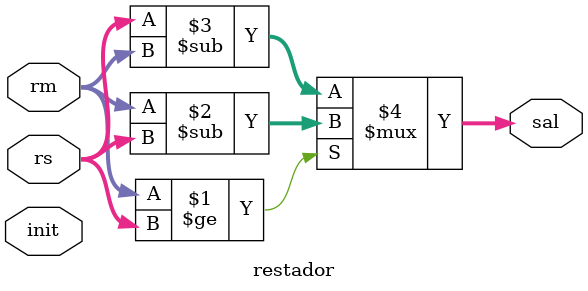
<source format=v>
`timescale 1ns / 1ps

module restador(init, rm, rs, sal);

  input wire init;
  input wire [3:0] rm;
  input wire [3:0] rs;
  output wire [3:0] sal;
  
  assign sal  = (rm >= rs)? rm - rs : rs - rm;
  
endmodule
</source>
